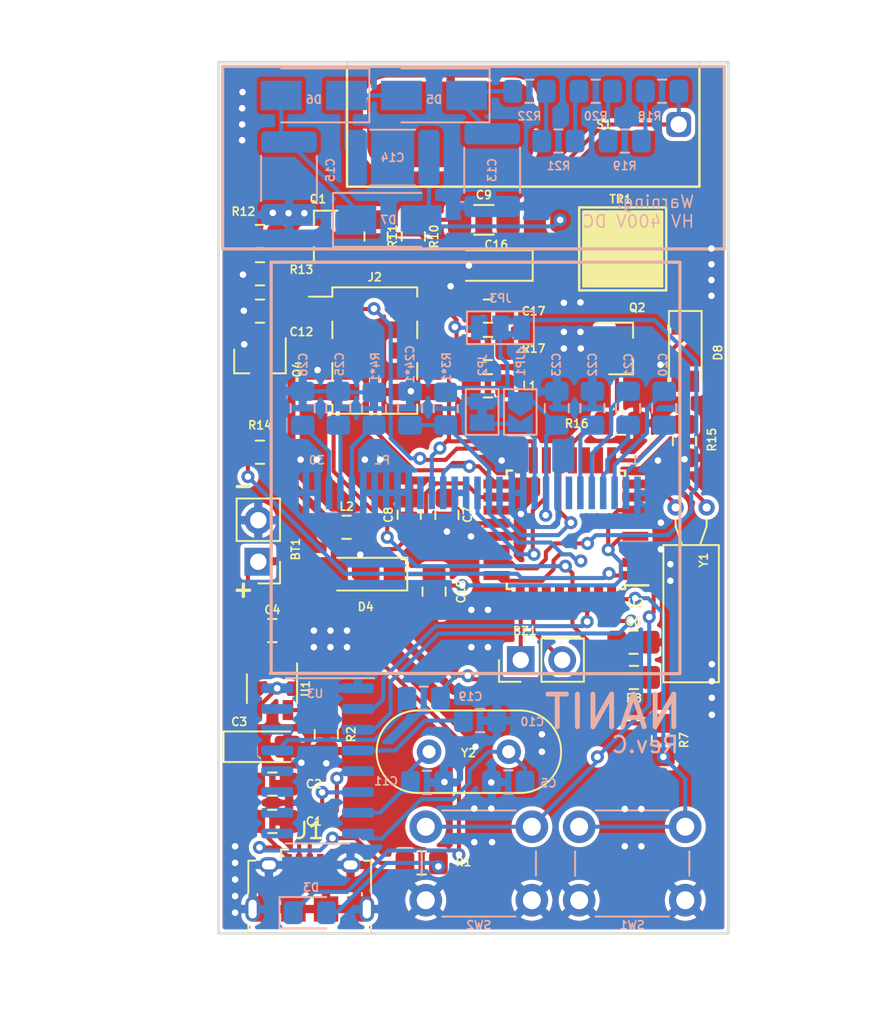
<source format=kicad_pcb>
(kicad_pcb (version 20210824) (generator pcbnew)
  (layers (0 "F.Cu" signal) (31 "B.Cu" signal) (34 "B.Paste" user) (35 "F.Paste" user) (36 "B.SilkS" user "B.Silkscreen") (37 "F.SilkS" user "F.Silkscreen") (38 "B.Mask" user) (39 "F.Mask" user) (44 "Edge.Cuts" user))
  (net 0 "")
  (net 1 "Net-(Q1-Pad1)")
  (net 2 "Net-(Q1-Pad3)")
  (net 3 "Net-(U2-Pad7)")
  (net 4 "Net-(U2-Pad8)")
  (net 5 "Net-(J1-Pad2)")
  (net 6 "Net-(J1-Pad3)")
  (net 7 "Net-(C14-Pad2)")
  (net 8 "Net-(D8-Pad1)")
  (net 9 "Net-(C9-Pad1)")
  (net 10 "GNDD")
  (net 11 "VCC")
  (net 12 "Sensor")
  (net 13 "Net-(R21-Pad1)")
  (net 14 "Net-(C13-Pad1)")
  (net 15 "Net-(R20-Pad1)")
  (net 16 "Net-(R19-Pad1)")
  (net 17 "Net-(R18-Pad1)")
  (net 18 "Net-(L1-Pad1)")
  (net 19 "Net-(C16-Pad1)")
  (net 20 "Net-(C12-Pad1)")
  (net 21 "Net-(R2-Pad1)")
  (net 22 "Net-(D3-Pad2)")
  (net 23 "Net-(C1-Pad1)")
  (net 24 "HV_Detect")
  (net 25 "Pump")
  (net 26 "Net-(C9-Pad2)")
  (net 27 "Net-(D3-Pad1)")
  (net 28 "Net-(C8-Pad1)")
  (net 29 "Net-(C7-Pad1)")
  (net 30 "Net-(BZ1-Pad1)")
  (net 31 "Net-(BZ1-Pad2)")
  (net 32 "Net-(C15-Pad1)")
  (net 33 "Net-(C14-Pad1)")
  (net 34 "Net-(R7-Pad2)")
  (net 35 "Net-(C18-Pad1)")
  (net 36 "Net-(C5-Pad1)")
  (net 37 "Net-(C10-Pad1)")
  (net 38 "Net-(C11-Pad1)")
  (net 39 "Net-(C19-Pad1)")
  (net 40 "Net-(J2-Pad1)")
  (net 41 "~{RESET}")
  (net 42 "Net-(C20-Pad2)")
  (net 43 "Net-(C20-Pad1)")
  (net 44 "Net-(C21-Pad2)")
  (net 45 "Net-(C21-Pad1)")
  (net 46 "OLED_RESET")
  (net 47 "Net-(C25-Pad2)")
  (net 48 "Net-(C26-Pad2)")
  (net 49 "Net-(JP1-Pad2)")
  (net 50 "OLED_MOSI")
  (net 51 "OLED_CLK")
  (net 52 "OLED_CS")
  (net 53 "OLED_DC")
  (net 54 "LCD_VCC")
  (net 55 "UART_TX")
  (net 56 "UART_RX")
  (net 57 "Net-(C22-Pad2)")
  (net 58 "Net-(P1-Pad26)")
  (net 59 "Net-(SW2-Pad2)")
  (footprint "Sensors_Radiation:SBM-21" (layer "F.Cu") (at 132.334 80.01)
    (fp_text reference "S1")
    (fp_text value "SBM-10 (SBM-21)")
  )
  (footprint "Package_TO_SOT_SMD:TSOT-23-5" (layer "F.Cu") (at 117.602 114.554 -90)
    (fp_text reference "U1")
    (fp_text value "LTC4054ES5-4.2")
  )
  (footprint "Package_QFP:TQFP-32_7x7mm_P0.8mm" (layer "F.Cu") (at 135.5852 104.8258 180)
    (fp_text reference "U2")
    (fp_text value "ATmega328P")
  )
  (footprint "Crystal:Crystal_C38-LF_D3.0mm_L8.0mm_Horizontal" (layer "F.Cu") (at 142.306 103.462)
    (fp_text reference "Y1")
    (fp_text value "32.768 KHz")
  )
  (footprint "Connector_USB:USB_Micro-B_Amphenol_10118194_Horizontal" (layer "F.Cu") (at 119.888 126.746)
    (fp_text reference "J1")
    (fp_text value "USB_B_Micro")
  )
  (footprint "Resistor_SMD:R_0805_2012Metric_Pad1.15x1.40mm_HandSolder" (layer "F.Cu") (at 123.952 86.868 -90)
    (fp_text reference "R11")
    (fp_text value "10k")
  )
  (footprint "Resistor_SMD:R_0805_2012Metric_Pad1.15x1.40mm_HandSolder" (layer "F.Cu") (at 116.84 100.076)
    (fp_text reference "R14")
    (fp_text value "10k")
  )
  (footprint "Resistor_SMD:R_0805_2012Metric_Pad1.15x1.40mm_HandSolder" (layer "F.Cu") (at 130.81 93.726)
    (fp_text reference "R17")
    (fp_text value "20")
  )
  (footprint "Resistor_SMD:R_0805_2012Metric_Pad1.15x1.40mm_HandSolder" (layer "F.Cu") (at 116.84 86.868)
    (fp_text reference "R12")
    (fp_text value "10k")
  )
  (footprint "Resistor_SMD:R_0805_2012Metric_Pad1.15x1.40mm_HandSolder" (layer "F.Cu") (at 120.904 117.348 -90)
    (fp_text reference "R2")
    (fp_text value "10k*")
  )
  (footprint "Resistor_SMD:R_0805_2012Metric_Pad1.15x1.40mm_HandSolder" (layer "F.Cu") (at 126.746 125.222)
    (fp_text reference "R1")
    (fp_text value "300")
  )
  (footprint "Resistor_SMD:R_0805_2012Metric_Pad1.15x1.40mm_HandSolder" (layer "F.Cu") (at 116.84 89.154)
    (fp_text reference "R13")
    (fp_text value "10k")
  )
  (footprint "Resistor_SMD:R_0805_2012Metric_Pad1.15x1.40mm_HandSolder" (layer "F.Cu") (at 142.8496 99.3992 90)
    (fp_text reference "R15")
    (fp_text value "750")
  )
  (footprint "Resistor_SMD:R_0805_2012Metric_Pad1.15x1.40mm_HandSolder" (layer "F.Cu") (at 138.938 98.298 180)
    (fp_text reference "R16")
    (fp_text value "1M")
  )
  (footprint "Resistor_SMD:R_0805_2012Metric_Pad1.15x1.40mm_HandSolder" (layer "F.Cu") (at 141.5542 117.7036 -90)
    (fp_text reference "R7")
    (fp_text value "10k")
  )
  (footprint "Resistor_SMD:R_0805_2012Metric_Pad1.15x1.40mm_HandSolder" (layer "F.Cu") (at 126.238 86.868 -90)
    (fp_text reference "R10")
    (fp_text value "1k5")
  )
  (footprint "Package_TO_SOT_SMD:SOT-23" (layer "F.Cu") (at 120.904 86.868 180)
    (fp_text reference "Q1")
    (fp_text value "BC857")
  )
  (footprint "Package_TO_SOT_SMD:SOT-23" (layer "F.Cu") (at 138.938 93.726)
    (fp_text reference "Q2")
    (fp_text value "IRLML6344")
  )
  (footprint "Package_TO_SOT_SMD:SOT-23" (layer "F.Cu") (at 116.84 94.488 -90)
    (fp_text reference "Q4")
    (fp_text value "BC847")
  )
  (footprint "Inductor_SMD:L_0805_2012Metric_Pad1.15x1.40mm_HandSolder" (layer "F.Cu") (at 122.1486 104.6734)
    (fp_text reference "L2")
    (fp_text value "10uH")
  )
  (footprint "Inductor_SMD:L_0805_2012Metric_Pad1.15x1.40mm_HandSolder" (layer "F.Cu") (at 130.81 96.012 180)
    (fp_text reference "L1")
    (fp_text value "10uH")
  )
  (footprint "Diode_SMD:D_MiniMELF" (layer "F.Cu") (at 123.317 107.5436 180)
    (fp_text reference "D4")
    (fp_text value "1N4148")
  )
  (footprint "Connector_PinHeader_2.54mm:PinHeader_1x02_P2.54mm_Vertical" (layer "F.Cu") (at 116.7384 106.7816 180)
    (fp_text reference "BT1")
    (fp_text value "3.7V" hide)
  )
  (footprint "Connector_PinHeader_2.54mm:PinHeader_1x02_P2.54mm_Vertical" (layer "F.Cu") (at 132.8166 112.8014 90)
    (fp_text reference "BZ1")
    (fp_text value "Buzzer")
  )
  (footprint "Capacitor_Tantalum_SMD:CP_EIA-3216-18_Kemet-A_Pad1.58x1.35mm_HandSolder" (layer "F.Cu") (at 131.064 88.646 180)
    (fp_text reference "C16")
    (fp_text value "47uF")
  )
  (footprint "Capacitor_Tantalum_SMD:CP_EIA-3216-18_Kemet-A_Pad1.58x1.35mm_HandSolder" (layer "F.Cu") (at 117.094 118.11)
    (fp_text reference "C3")
    (fp_text value "10uF")
  )
  (footprint "Capacitor_SMD:C_1206_3216Metric_Pad1.42x1.75mm_HandSolder" (layer "F.Cu") (at 130.556 85.852 180)
    (fp_text reference "C9")
    (fp_text value "10pF 1000V (C17UL100J-7ZN-X1T)")
  )
  (footprint "Capacitor_SMD:C_0805_2012Metric_Pad1.15x1.40mm_HandSolder" (layer "F.Cu") (at 116.84 91.44 180)
    (fp_text reference "C12")
    (fp_text value "220pF")
  )
  (footprint "Capacitor_SMD:C_0805_2012Metric_Pad1.15x1.40mm_HandSolder" (layer "F.Cu") (at 125.984 103.9114 90)
    (fp_text reference "C8")
    (fp_text value "100nF")
  )
  (footprint "Capacitor_SMD:C_0805_2012Metric_Pad1.15x1.40mm_HandSolder" (layer "F.Cu") (at 128.2954 103.9114 -90)
    (fp_text reference "C7")
    (fp_text value "100nF")
  )
  (footprint "Capacitor_SMD:C_0805_2012Metric_Pad1.15x1.40mm_HandSolder" (layer "F.Cu") (at 139.7254 111.7092)
    (fp_text reference "C6")
    (fp_text value "100nF")
  )
  (footprint "Capacitor_SMD:C_0805_2012Metric_Pad1.15x1.40mm_HandSolder" (layer "F.Cu") (at 117.602 110.998)
    (fp_text reference "C4")
    (fp_text value "100nF")
  )
  (footprint "Capacitor_SMD:C_0805_2012Metric_Pad1.15x1.40mm_HandSolder" (layer "F.Cu") (at 117.602 120.396)
    (fp_text reference "C2")
    (fp_text value "1uF")
  )
  (footprint "Capacitor_SMD:C_0805_2012Metric_Pad1.15x1.40mm_HandSolder" (layer "F.Cu") (at 117.602 122.682)
    (fp_text reference "C1")
    (fp_text value "100nF")
  )
  (footprint "Capacitor_SMD:C_0805_2012Metric_Pad1.15x1.40mm_HandSolder" (layer "F.Cu") (at 130.81 91.44 180)
    (fp_text reference "C17")
    (fp_text value "100nF")
  )
  (footprint "Resistor_SMD:R_0805_2012Metric_Pad1.15x1.40mm_HandSolder" (layer "F.Cu") (at 139.7508 113.8682)
    (fp_text reference "R8")
    (fp_text value "10k")
  )
  (footprint "Sensors_Radiation:CEEH54" (layer "F.Cu") (at 138.43 82.55)
    (fp_text reference "TR1")
    (fp_text value "CEEH54" hide)
  )
  (footprint "Diode_SMD:D_MiniMELF" (layer "F.Cu") (at 142.9004 93.98 -90)
    (fp_text reference "D8")
    (fp_text value "18v (BZV55C18)")
  )
  (footprint "Capacitor_SMD:C_0805_2012Metric_Pad1.15x1.40mm_HandSolder" (layer "F.Cu") (at 127.508 108.6104 -90)
    (fp_text reference "C18")
    (fp_text value "100nF" hide)
  )
  (footprint "Connector_PinHeader_2.54mm:PinHeader_2x03_P2.54mm_Vertical_SMD" (layer "F.Cu") (at 123.8758 93.853)
    (fp_text reference "J2")
    (fp_text value "AVR-ISP-6")
  )
  (footprint "Crystal:Crystal_HC49-U_Vertical" (layer "F.Cu") (at 132.08 118.4148 180)
    (fp_text reference "Y2")
    (fp_text value "12 MHz")
  )
  (footprint "Resistor_SMD:R_0805_2012Metric_Pad1.15x1.40mm_HandSolder" (layer "B.Cu") (at 133.35 77.978)
    (fp_text reference "R22")
    (fp_text value "2M")
  )
  (footprint "Resistor_SMD:R_0805_2012Metric_Pad1.15x1.40mm_HandSolder" (layer "B.Cu") (at 135.128 81.026)
    (fp_text reference "R21")
    (fp_text value "2M")
  )
  (footprint "Resistor_SMD:R_0805_2012Metric_Pad1.15x1.40mm_HandSolder" (layer "B.Cu") (at 137.414 77.978)
    (fp_text reference "R20")
    (fp_text value "1M")
  )
  (footprint "Resistor_SMD:R_0805_2012Metric_Pad1.15x1.40mm_HandSolder" (layer "B.Cu") (at 139.192 81.026)
    (fp_text reference "R19")
    (fp_text value "1M")
  )
  (footprint "Resistor_SMD:R_0805_2012Metric_Pad1.15x1.40mm_HandSolder" (layer "B.Cu") (at 141.478 77.978)
    (fp_text reference "R18")
    (fp_text value "1M")
  )
  (footprint "LED_SMD:LED_0805_2012Metric_Pad1.15x1.40mm_HandSolder" (layer "B.Cu") (at 119.897 128.27)
    (fp_text reference "D3")
    (fp_text value "Charging" hide)
  )
  (footprint "Button_Switch_THT:SW_PUSH_6mm" (layer "B.Cu") (at 127 127.508)
    (fp_text reference "SW2")
    (fp_text value "Button 2")
  )
  (footprint "Button_Switch_THT:SW_PUSH_6mm" (layer "B.Cu") (at 136.398 127.508)
    (fp_text reference "SW1")
    (fp_text value "Button 1")
  )
  (footprint "Capacitor_SMD:C_1812_4532Metric_Pad1.30x3.40mm_HandSolder" (layer "B.Cu") (at 118.618 83.312 -90)
    (fp_text reference "C15")
    (fp_text value "100nF 600V")
  )
  (footprint "Capacitor_SMD:C_1812_4532Metric_Pad1.30x3.40mm_HandSolder" (layer "B.Cu") (at 131.064 82.804 -90)
    (fp_text reference "C13")
    (fp_text value "100nF 600V")
  )
  (footprint "Capacitor_SMD:C_1812_4532Metric_Pad1.30x3.40mm_HandSolder" (layer "B.Cu") (at 124.968 82.042)
    (fp_text reference "C14")
    (fp_text value "100nF 600V")
  )
  (footprint "Diode_SMD:D_SMA" (layer "B.Cu") (at 124.714 85.852)
    (fp_text reference "D7")
    (fp_text value "US1M")
  )
  (footprint "Diode_SMD:D_SMA" (layer "B.Cu") (at 120.142 78.232 180)
    (fp_text reference "D6")
    (fp_text value "US1M")
  )
  (footprint "Diode_SMD:D_SMA" (layer "B.Cu") (at 127.508 78.232 180)
    (fp_text reference "D5")
    (fp_text value "US1M")
  )
  (footprint "Capacitor_SMD:C_0805_2012Metric_Pad1.15x1.40mm_HandSolder" (layer "B.Cu") (at 127.0762 120.2944)
    (fp_text reference "C5")
    (fp_text value "22pF*")
  )
  (footprint "Capacitor_SMD:C_0805_2012Metric_Pad1.15x1.40mm_HandSolder" (layer "B.Cu") (at 130.3274 116.5098)
    (fp_text reference "C10")
    (fp_text value "100nF")
  )
  (footprint "Capacitor_SMD:C_0805_2012Metric_Pad1.15x1.40mm_HandSolder" (layer "B.Cu") (at 132.0546 120.269 180)
    (fp_text reference "C11")
    (fp_text value "22pF*")
  )
  (footprint "Capacitor_SMD:C_0805_2012Metric_Pad1.15x1.40mm_HandSolder" (layer "B.Cu") (at 126.873 115.1382)
    (fp_text reference "C19")
    (fp_text value "100nF")
  )
  (footprint "Package_SO:SOIC-16_3.9x9.9mm_P1.27mm" (layer "B.Cu") (at 120.3706 118.9736 180)
    (fp_text reference "U3")
    (fp_text value "CH340G")
  )
  (footprint "ribbon_connectors:SSD1306_ribbon" (layer "B.Cu") (at 129.8194 102.5652 180)
    (fp_text reference "P1")
    (fp_text value "SSD1306 OLED 128x64 0.96\"")
  )
  (footprint "Capacitor_SMD:C_0805_2012Metric_Pad1.18x1.45mm_HandSolder" (layer "B.Cu") (at 141.605 97.3836 -90)
    (fp_text reference "C20")
    (fp_text value "1uF")
  )
  (footprint "Capacitor_SMD:C_0805_2012Metric_Pad1.18x1.45mm_HandSolder" (layer "B.Cu") (at 139.3952 97.3836 -90)
    (fp_text reference "C21")
    (fp_text value "1uF")
  )
  (footprint "Capacitor_SMD:C_0805_2012Metric_Pad1.18x1.45mm_HandSolder" (layer "B.Cu") (at 137.2108 97.3836 -90)
    (fp_text reference "C22")
    (fp_text value "1uF")
  )
  (footprint "Capacitor_SMD:C_0805_2012Metric_Pad1.18x1.45mm_HandSolder" (layer "B.Cu") (at 135.0264 97.3836 -90)
    (fp_text reference "C23")
    (fp_text value "1uF")
  )
  (footprint "Capacitor_SMD:C_0805_2012Metric_Pad1.18x1.45mm_HandSolder" (layer "B.Cu") (at 126.0348 97.3836 -90)
    (fp_text reference "C24*1")
    (fp_text value "4u7")
  )
  (footprint "Capacitor_SMD:C_0805_2012Metric_Pad1.18x1.45mm_HandSolder" (layer "B.Cu") (at 121.6406 97.3836 -90)
    (fp_text reference "C25")
    (fp_text value "4u7")
  )
  (footprint "Capacitor_SMD:C_0805_2012Metric_Pad1.18x1.45mm_HandSolder" (layer "B.Cu") (at 119.4562 97.3836 -90)
    (fp_text reference "C26")
    (fp_text value "2u2")
  )
  (footprint "Jumper:SolderJumper-2_P1.3mm_Open_TrianglePad1.0x1.5mm" (layer "B.Cu") (at 132.7912 97.6122 -90)
    (fp_text reference "JP1")
    (fp_text value "SolderJumper_2_Open")
  )
  (footprint "Jumper:SolderJumper-2_P1.3mm_Bridged_Pad1.0x1.5mm" (layer "B.Cu") (at 130.4544 97.6122 90)
    (fp_text reference "JP2")
    (fp_text value "SolderJumper_2_Open")
  )
  (footprint "Resistor_SMD:R_0805_2012Metric_Pad1.20x1.40mm_HandSolder" (layer "B.Cu") (at 128.2192 97.409 90)
    (fp_text reference "R3*1")
    (fp_text value "4k7")
  )
  (footprint "Resistor_SMD:R_0805_2012Metric_Pad1.20x1.40mm_HandSolder" (layer "B.Cu") (at 123.825 97.409 90)
    (fp_text reference "R4*1")
    (fp_text value "390..910k")
  )
  (footprint "Jumper:SolderJumper-3_P1.3mm_Bridged2Bar12_Pad1.0x1.5mm" (layer "B.Cu") (at 131.572 92.456 180)
    (fp_text reference "JP3")
    (fp_text value "SolderJumper_3_Bridged12")
  )
  (gr_line (start 114.554 87.63) (end 114.554 76.454) (layer "B.SilkS") (width 0.2))
  (gr_line (start 117.5258 88.4428) (end 142.5258 88.4428) (layer "B.SilkS") (width 0.2))
  (gr_line (start 142.4178 113.6396) (end 117.475 113.6142) (layer "B.SilkS") (width 0.2))
  (gr_line (start 145.288 76.454) (end 145.288 87.63) (layer "B.SilkS") (width 0.2))
  (gr_line (start 142.5702 88.4428) (end 142.5702 113.6396) (layer "B.SilkS") (width 0.2))
  (gr_line (start 114.554 76.454) (end 145.288 76.454) (layer "B.SilkS") (width 0.2))
  (gr_line (start 145.288 87.63) (end 114.554 87.63) (layer "B.SilkS") (width 0.2))
  (gr_line (start 117.5258 113.4428) (end 117.5258 88.4428) (layer "B.SilkS") (width 0.2))
  (gr_poly (pts (xy 136.652 85.344) (xy 141.478 85.344) (xy 141.478 89.916) (xy 136.652 89.916)) (layer "F.SilkS") (width 0.15) (fill solid))
  (gr_line (start 123.638 129.5422) (end 145.542 129.54) (layer "Edge.Cuts") (width 0.15))
  (gr_line (start 114.3 76.2) (end 145.542 76.2) (layer "Edge.Cuts") (width 0.15))
  (gr_line (start 114.3 129.54) (end 114.3 76.2) (layer "Edge.Cuts") (width 0.15))
  (gr_line (start 114.3 129.54) (end 123.638 129.5422) (layer "Edge.Cuts") (width 0.15))
  (gr_line (start 145.542 76.2) (end 145.542 129.54) (layer "Edge.Cuts") (width 0.15))
  (gr_text "Rev.C" (at 140.4366 117.983) (layer "B.SilkS") (effects (font (size 1 1)) (justify mirror)))
  (gr_text "NANIT" (at 138.4808 115.9764) (layer "B.SilkS") (effects (font (size 2 2) (thickness 0.3)) (justify mirror)))
  (gr_text "Warning!\nHV 400V DC" (at 143.51 85.344) (layer "B.SilkS") (effects (font (size 0.75 0.75) (thickness 0.1)) (justify left mirror)))
  (gr_text "-" (at 115.824 102.108) (layer "F.SilkS") (effects (font (size 1 1) (thickness 0.2)) (justify mirror)))
  (gr_text "+" (at 115.824 108.458) (layer "F.SilkS") (effects (font (size 1 1) (thickness 0.2)) (justify mirror)))
  (segment (start 123.952 87.893) (end 126.238 87.893) (width 0.25) (layer "F.Cu") (net 1))
  (segment (start 121.904 87.818) (end 123.877 87.818) (width 0.25) (layer "F.Cu") (net 1))
  (segment (start 123.877 87.818) (end 123.952 87.893) (width 0.25) (layer "F.Cu") (net 1))
  (segment (start 119.904 86.868) (end 117.865 86.868) (width 0.25) (layer "F.Cu") (net 2))
  (segment (start 141.8656 102.8258) (end 142.4178 103.378) (width 0.25) (layer "F.Cu") (net 3))
  (segment (start 139.8352 102.8258) (end 141.8656 102.8258) (width 0.25) (layer "F.Cu") (net 3))
  (segment (start 139.8352 102.0258) (end 142.9656 102.0258) (width 0.25) (layer "F.Cu") (net 4))
  (segment (start 142.9656 102.0258) (end 144.3178 103.378) (width 0.25) (layer "F.Cu") (net 4))
  (segment (start 119.238 125.346) (end 119.238 123.66542) (width 0.25) (layer "F.Cu") (net 5))
  (segment (start 119.238 123.66542) (end 120.65 122.25342) (width 0.25) (layer "F.Cu") (net 5))
  (segment (start 120.65 122.25342) (end 120.65 120.904) (width 0.25) (layer "F.Cu") (net 5))
  (via (at 120.65 120.904) (size 0.8) (drill 0.4) (layers "F.Cu" "B.Cu") (net 5))
  (segment (start 122.8202 120.904) (end 122.8456 120.8786) (width 0.25) (layer "B.Cu") (net 5))
  (segment (start 120.65 120.904) (end 122.8202 120.904) (width 0.25) (layer "B.Cu") (net 5))
  (segment (start 121.551689 120.039527) (end 121.411727 120.179489) (width 0.25) (layer "F.Cu") (net 6))
  (segment (start 121.551689 122.034311) (end 121.551689 120.039527) (width 0.25) (layer "F.Cu") (net 6))
  (segment (start 119.888 125.346) (end 119.888 123.698) (width 0.25) (layer "F.Cu") (net 6))
  (segment (start 119.888 123.698) (end 121.551689 122.034311) (width 0.25) (layer "F.Cu") (net 6))
  (via (at 121.551689 120.039527) (size 0.8) (drill 0.4) (layers "F.Cu" "B.Cu") (net 6))
  (segment (start 121.982616 119.6086) (end 122.8456 119.6086) (width 0.25) (layer "B.Cu") (net 6))
  (segment (start 121.551689 120.039527) (end 121.982616 119.6086) (width 0.25) (layer "B.Cu") (net 6))
  (segment (start 135.382 85.852) (end 135.2296 85.852) (width 0.25) (layer "F.Cu") (net 7))
  (via (at 135.2296 85.852) (size 0.8) (drill 0.4) (layers "F.Cu" "B.Cu") (net 7))
  (segment (start 134.829601 86.251999) (end 127.113999 86.251999) (width 0.25) (layer "B.Cu") (net 7))
  (segment (start 127.193 85.373) (end 126.714 85.852) (width 0.25) (layer "B.Cu") (net 7))
  (segment (start 127.113999 86.251999) (end 126.714 85.852) (width 0.25) (layer "B.Cu") (net 7))
  (segment (start 135.2296 85.852) (end 134.829601 86.251999) (width 0.25) (layer "B.Cu") (net 7))
  (segment (start 127.193 82.042) (end 127.193 85.373) (width 0.25) (layer "B.Cu") (net 7))
  (segment (start 142.748 85.852) (end 142.748 89.408) (width 0.25) (layer "F.Cu") (net 8))
  (segment (start 142.1664 93.726) (end 143.6624 92.23) (width 0.25) (layer "F.Cu") (net 8))
  (segment (start 139.938 93.726) (end 142.1664 93.726) (width 0.25) (layer "F.Cu") (net 8))
  (segment (start 142.748 91.3156) (end 143.6624 92.23) (width 0.25) (layer "F.Cu") (net 8))
  (segment (start 142.748 89.408) (end 142.748 91.3156) (width 0.25) (layer "F.Cu") (net 8))
  (segment (start 132.0435 85.852) (end 137.8855 80.01) (width 0.25) (layer "F.Cu") (net 9))
  (segment (start 137.8855 80.01) (end 142.494 80.01) (width 0.25) (layer "F.Cu") (net 9))
  (segment (start 142.503 80.001) (end 142.494 80.01) (width 0.25) (layer "B.Cu") (net 9))
  (segment (start 142.503 77.978) (end 142.503 80.001) (width 0.25) (layer "B.Cu") (net 9))
  (segment (start 118.627 122.682) (end 118.627 120.396) (width 0.25) (layer "F.Cu") (net 10))
  (segment (start 118.627 111.359) (end 118.627 110.998) (width 0.25) (layer "F.Cu") (net 10))
  (segment (start 139.963 96.13) (end 141.3764 94.7166) (width 0.25) (layer "F.Cu") (net 10))
  (segment (start 141.3956 106.0258) (end 141.4018 106.0196) (width 0.25) (layer "F.Cu") (net 10))
  (segment (start 118.5315 118.11) (end 120.641 118.11) (width 0.25) (layer "F.Cu") (net 10))
  (segment (start 117.602 112.384) (end 118.627 111.359) (width 0.25) (layer "F.Cu") (net 10))
  (segment (start 132.3852 105.2258) (end 132.8282 104.7828) (width 0.25) (layer "F.Cu") (net 10))
  (segment (start 141.37 104.4258) (end 141.4018 104.394) (width 0.25) (layer "F.Cu") (net 10))
  (segment (start 129.775 105.2258) (end 129.7686 105.2322) (width 0.25) (layer "F.Cu") (net 10))
  (segment (start 139.963 98.298) (end 139.963 96.13) (width 0.25) (layer "F.Cu") (net 10))
  (segment (start 117.602 113.244) (end 117.602 112.384) (width 0.25) (layer "F.Cu") (net 10))
  (segment (start 131.3352 105.2258) (end 132.3852 105.2258) (width 0.25) (layer "F.Cu") (net 10))
  (segment (start 120.641 118.11) (end 120.904 118.373) (width 0.25) (layer "F.Cu") (net 10))
  (segment (start 139.8352 106.0258) (end 141.3956 106.0258) (width 0.25) (layer "F.Cu") (net 10))
  (segment (start 139.8352 104.4258) (end 141.37 104.4258) (width 0.25) (layer "F.Cu") (net 10))
  (segment (start 118.627 120.396) (end 118.627 118.2055) (width 0.25) (layer "F.Cu") (net 10))
  (segment (start 132.8282 104.7828) (end 132.8282 103.855637) (width 0.25) (layer "F.Cu") (net 10))
  (segment (start 118.627 118.2055) (end 118.5315 118.11) (width 0.25) (layer "F.Cu") (net 10))
  (segment (start 131.3352 105.2258) (end 129.775 105.2258) (width 0.25) (layer "F.Cu") (net 10))
  (via (at 123.2662 100.5332) (size 0.8) (drill 0.4) (layers "F.Cu" "B.Cu") (net 10))
  (via (at 124.206 100.5332) (size 0.8) (drill 0.4) (layers "F.Cu" "B.Cu") (net 10))
  (via (at 122.9868 106.3498) (size 0.8) (drill 0.4) (layers "F.Cu" "B.Cu") (net 10))
  (via (at 126.0856 96.3422) (size 0.8) (drill 0.4) (layers "F.Cu" "B.Cu") (net 10))
  (via (at 120.3706 95.0468) (size 0.8) (drill 0.4) (layers "F.Cu" "B.Cu") (net 10))
  (via (at 120.3198 100.5332) (size 0.8) (drill 0.4) (layers "F.Cu" "B.Cu") (net 10))
  (via (at 119.3292 100.5332) (size 0.8) (drill 0.4) (layers "F.Cu" "B.Cu") (net 10))
  (via (at 144.5006 87.6046) (size 0.8) (drill 0.4) (layers "F.Cu" "B.Cu") (net 10))
  (via (at 144.5006 88.5698) (size 0.8) (drill 0.4) (layers "F.Cu" "B.Cu") (net 10))
  (via (at 144.5006 89.535) (size 0.8) (drill 0.4) (layers "F.Cu" "B.Cu") (net 10))
  (via (at 144.5006 90.5002) (size 0.8) (drill 0.4) (layers "F.Cu" "B.Cu") (net 10))
  (via (at 115.7732 78.0288) (size 0.8) (drill 0.4) (layers "F.Cu" "B.Cu") (net 10))
  (via (at 115.7478 79.0194) (size 0.8) (drill 0.4) (layers "F.Cu" "B.Cu") (net 10))
  (via (at 115.7478 80.01) (size 0.8) (drill 0.4) (layers "F.Cu" "B.Cu") (net 10))
  (via (at 115.7478 80.9752) (size 0.8) (drill 0.4) (layers "F.Cu" "B.Cu") (net 10))
  (via (at 144.526 113.0554) (size 0.8) (drill 0.4) (layers "F.Cu" "B.Cu") (net 10))
  (via (at 144.526 114.0968) (size 0.8) (drill 0.4) (layers "F.Cu" "B.Cu") (net 10))
  (via (at 144.526 115.1128) (size 0.8) (drill 0.4) (layers "F.Cu" "B.Cu") (net 10))
  (via (at 144.526 116.1542) (size 0.8) (drill 0.4) (layers "F.Cu" "B.Cu") (net 10))
  (via (at 128.143 120.269) (size 0.8) (drill 0.4) (layers "F.Cu" "B.Cu") (net 10))
  (via (at 131.0132 120.2944) (size 0.8) (drill 0.4) (layers "F.Cu" "B.Cu") (net 10))
  (via (at 131.0132 121.8946) (size 0.8) (drill 0.4) (layers "F.Cu" "B.Cu") (net 10))
  (via (at 129.9718 121.8946) (size 0.8) (drill 0.4) (layers "F.Cu" "B.Cu") (net 10))
  (via (at 135.4582 92.71) (size 0.8) (drill 0.4) (layers "F.Cu" "B.Cu") (net 10))
  (via (at 115.316 126.238) (size 0.8) (drill 0.4) (layers "F.Cu" "B.Cu") (net 10))
  (via (at 141.4018 104.394) (size 0.8) (drill 0.4) (layers "F.Cu" "B.Cu") (net 10))
  (via (at 135.4582 93.726) (size 0.8) (drill 0.4) (layers "F.Cu" "B.Cu") (net 10))
  (via (at 117.6274 85.4202) (size 0.8) (drill 0.4) (layers "F.Cu" "B.Cu") (net 10))
  (via (at 119.5578 85.4456) (size 0.8) (drill 0.4) (layers "F.Cu" "B.Cu") (net 10))
  (via (at 129.794 112.014) (size 0.8) (drill 0.4) (layers "F.Cu" "B.Cu") (net 10))
  (via (at 120.142 112.014) (size 0.8) (drill 0.4) (layers "F.Cu" "B.Cu") (net 10))
  (via (at 131.6482 100.584) (size 0.8) (drill 0.4) (layers "F.Cu" "B.Cu") (net 10))
  (via (at 120.904 119.126) (size 0.8) (drill 0.4) (layers "F.Cu" "B.Cu") (net 10))
  (via (at 139.192 121.92) (size 0.8) (drill 0.4) (layers "F.Cu" "B.Cu") (net 10))
  (via (at 115.8494 91.4146) (size 0.8) (drill 0.4) (layers "F.Cu" "B.Cu") (net 10))
  (via (at 132.8282 103.855637) (size 0.8) (drill 0.4) (layers "F.Cu" "B.Cu") (net 10))
  (via (at 121.158 112.014) (size 0.8) (drill 0.4) (layers "F.Cu" "B.Cu") (net 10))
  (via (at 130.81 109.728) (size 0.8) (drill 0.4) (layers "F.Cu" "B.Cu") (net 10))
  (via (at 130.81 112.014) (size 0.8) (drill 0.4) (layers "F.Cu" "B.Cu") (net 10))
  (via (at 141.224 100.584) (size 0.8) (drill 0.4) (layers "F.Cu" "B.Cu") (net 10))
  (via (at 115.316 125.222) (size 0.8) (drill 0.4) (layers "F.Cu" "B.Cu") (net 10))
  (via (at 115.316 128.27) (size 0.8) (drill 0.4) (layers "F.Cu" "B.Cu") (net 10))
  (via (at 122.174 110.998) (size 0.8) (drill 0.4) (layers "F.Cu" "B.Cu") (net 10))
  (via (at 130.048 118.11) (size 0.8) (drill 0.4) (layers "F.Cu" "B.Cu") (net 10))
  (via (at 131.064 123.952) (size 0.8) (drill 0.4) (layers "F.Cu" "B.Cu") (net 10))
  (via (at 115.316 124.206) (size 0.8) (drill 0.4) (layers "F.Cu" "B.Cu") (net 10))
  (via (at 129.794 109.728) (size 0.8) (drill 0.4) (layers "F.Cu" "B.Cu") (net 10))
  (via (at 135.4582 90.932) (size 0.8) (drill 0.4) (layers "F.Cu" "B.Cu") (net 10))
  (via (at 141.986 107.95) (size 0.8) (drill 0.4) (layers "F.Cu" "B.Cu") (net 10))
  (via (at 136.4742 90.9066) (size 0.8) (drill 0.4) (layers "F.Cu" "B.Cu") (net 10))
  (via (at 118.5926 85.4456) (size 0.8) (drill 0.4) (layers "F.Cu" "B.Cu") (net 10))
  (via (at 122.174 112.014) (size 0.8) (drill 0.4) (layers "F.Cu" "B.Cu") (net 10))
  (via (at 128.524 89.916) (size 0.8) (drill 0.4) (layers "F.Cu" "B.Cu") (net 10))
  (via (at 119.375366 119.090636) (size 0.8) (drill 0.4) (layers "F.Cu" "B.Cu") (net 10))
  (via (at 140.208 121.92) (size 0.8) (drill 0.4) (layers "F.Cu" "B.Cu") (net 10))
  (via (at 141.4018 106.0196) (size 0.8) (drill 0.4) (layers "F.Cu" "B.Cu") (net 10))
  (via (at 115.7986 89.2048) (size 0.8) (drill 0.4) (layers "F.Cu" "B.Cu") (net 10))
  (via (at 141.3764 94.7166) (size 0.8) (drill 0.4) (layers "F.Cu" "B.Cu") (net 10))
  (via (at 136.4742 92.71) (size 0.8) (drill 0.4) (layers "F.Cu" "B.Cu") (net 10))
  (via (at 121.158 110.998) (size 0.8) (drill 0.4) (layers "F.Cu" "B.Cu") (net 10))
  (via (at 136.4996 93.726) (size 0.8) (drill 0.4) (layers "F.Cu" "B.Cu") (net 10))
  (via (at 129.7686 105.2322) (size 0.8) (drill 0.4) (layers "F.Cu" "B.Cu") (net 10))
  (via (at 115.8748 93.472) (size 0.8) (drill 0.4) (layers "F.Cu" "B.Cu") (net 10))
  (via (at 141.986 106.934) (size 0.8) (drill 0.4) (layers "F.Cu" "B.Cu") (net 10))
  (via (at 128.2954 104.9364) (size 0.8) (drill 0.4) (layers "F.Cu" "B.Cu") (net 10))
  (via (at 139.192 124.206) (size 0.8) (drill 0.4) (layers "F.Cu" "B.Cu") (net 10))
  (via (at 129.6416 88.646) (size 0.8) (drill 0.4) (layers "F.Cu" "B.Cu") (net 10))
  (via (at 129.9718 123.952) (size 0.8) (drill 0.4) (layers "F.Cu" "B.Cu") (net 10))
  (via (at 115.316 127.254) (size 0.8) (drill 0.4) (layers "F.Cu" "B.Cu") (net 10))
  (via (at 140.208 124.206) (size 0.8) (drill 0.4) (layers "F.Cu" "B.Cu") (net 10))
  (via (at 134.112 118.4148) (size 0.8) (drill 0.4) (layers "F.Cu" "B.Cu") (net 10))
  (via (at 142.8496 100.5078) (size 0.8) (drill 0.4) (layers "F.Cu" "B.Cu") (net 10))
  (via (at 134.112 117.348) (size 0.8) (drill 0.4) (layers "F.Cu" "B.Cu") (net 10))
  (via (at 120.142 110.998) (size 0.8) (drill 0.4) (layers "F.Cu" "B.Cu") (net 10))
  (segment (start 120.444401 103.890201) (end 120.3694 103.8152) (width 0.25) (layer "B.Cu") (net 10))
  (segment (start 123.825 96.409) (end 121.7035 96.409) (width 0.25) (layer "B.Cu") (net 10))
  (segment (start 129.4544 96.9622) (end 129.379399 97.037201) (width 0.25) (layer "B.Cu") (net 10))
  (segment (start 124.5694 102.5652) (end 123.8694 102.5652) (width 0.25) (layer "B.Cu") (net 10))
  (segment (start 125.9694 103.8152) (end 127.0906 104.9364) (width 0.25) (layer "B.Cu") (net 10))
  (segment (start 132.9694 103.8152) (end 133.812135 104.657935) (width 0.25) (layer "B.Cu") (net 10))
  (segment (start 130.4544 96.9622) (end 129.4544 96.9622) (width 0.25) (layer "B.Cu") (net 10))
  (segment (start 119.6694 102.5652) (end 120.3694 102.5652) (width 0.25) (layer "B.Cu") (net 10))
  (segment (start 123.1694 102.5652) (end 123.1694 100.63) (width 0.25) (layer "B.Cu") (net 10))
  (segment (start 125.2694 102.5652) (end 124.5694 102.5652) (width 0.25) (layer "B.Cu") (net 10))
  (segment (start 125.9694 102.5652) (end 125.9694 103.8152) (width 0.25) (layer "B.Cu") (net 10))
  (segment (start 131.057115 100.584) (end 131.6482 100.584) (width 0.25) (layer "B.Cu") (net 10))
  (segment (start 121.6406 96.3461) (end 119.4562 96.3461) (width 0.25) (layer "B.Cu") (net 10))
  (segment (start 128.7694 102.5652) (end 129.4694 102.5652) (width 0.25) (layer "B.Cu") (net 10))
  (segment (start 127.0906 104.9364) (end 128.2954 104.9364) (width 0.25) (layer "B.Cu") (net 10))
  (segment (start 129.7686 105.2322) (end 128.5912 105.2322) (width 0.25) (layer "B.Cu") (net 10))
  (segment (start 129.4694 103.7624) (end 128.2954 104.9364) (width 0.25) (layer "B.Cu") (net 10))
  (segment (start 132.2694 101.2052) (end 131.6482 100.584) (width 0.25) (layer "B.Cu") (net 10))
  (segment (start 139.9694 102.5652) (end 139.9694 102.9616) (width 0.25) (layer "B.Cu") (net 10))
  (segment (start 129.379399 98.906284) (end 131.057115 100.584) (width 0.25) (layer "B.Cu") (net 10))
  (segment (start 129.4694 102.5652) (end 129.4694 103.7624) (width 0.25) (layer "B.Cu") (net 10))
  (segment (start 123.1694 100.63) (end 123.2662 100.5332) (width 0.25) (layer "B.Cu") (net 10))
  (segment (start 132.2694 102.5652) (end 132.9694 102.5652) (width 0.25) (layer "B.Cu") (net 10))
  (segment (start 132.2694 102.5652) (end 132.2694 101.2052) (width 0.25) (layer "B.Cu") (net 10))
  (segment (start 135.0694 104.280053) (end 135.0694 102.5652) (width 0.25) (layer "B.Cu") (net 10))
  (segment (start 134.691518 104.657935) (end 135.0694 104.280053) (width 0.25) (layer "B.Cu") (net 10))
  (segment (start 123.094399 103.890201) (end 120.444401 103.890201) (width 0.25) (layer "B.Cu") (net 10))
  (segment (start 123.1694 103.8152) (end 123.094399 103.890201) (width 0.25) (layer "B.Cu") (net 10))
  (segment (start 139.9694 102.9616) (end 141.4018 104.394) (width 0.25) (layer "B.Cu") (net 10))
  (segment (start 121.7035 96.409) (end 121.6406 96.3461) (width 0.25) (layer "B.Cu") (net 10))
  (segment (start 125.9694 102.5652) (end 125.2694 102.5652) (width 0.25) (layer "B.Cu") (net 10))
  (segment (start 129.379399 97.037201) (end 129.379399 98.906284) (width 0.25) (layer "B.Cu") (net 10))
  (segment (start 123.1694 102.5652) (end 123.1694 103.8152) (width 0.25) (layer "B.Cu") (net 10))
  (segment (start 123.8694 102.5652) (end 123.1694 102.5652) (width 0.25) (layer "B.Cu") (net 10))
  (segment (start 132.9694 102.5652) (end 132.9694 103.8152) (width 0.25) (layer "B.Cu") (net 10))
  (segment (start 133.812135 104.657935) (end 134.691518 104.657935) (width 0.25) (layer "B.Cu") (net 10))
  (segment (start 120.3694 103.8152) (end 120.3694 102.5652) (width 0.25) (layer "B.Cu") (net 10))
  (segment (start 128.5912 105.2322) (end 128.2954 104.9364) (width 0.25) (layer "B.Cu") (net 10))
  (segment (start 120.7796 106.7562) (end 116.7638 106.7562) (width 0.5) (layer "F.Cu") (net 11))
  (segment (start 126.6762 86.74301) (end 124.85201 86.74301) (width 0.25) (layer "F.Cu") (net 11))
  (segment (start 121.4284 104.6734) (end 121.4284 104.3686) (width 0.25) (layer "F.Cu") (net 11))
  (segment (start 141.5542 116.6786) (end 138.8274 116.6786) (width 0.25) (layer "F.Cu") (net 11))
  (segment (start 116.7384 106.7816) (end 116.2812 106.7816) (width 0.25) (layer "F.Cu") (net 11))
  (segment (start 128.88499 91.97219) (end 128.88499 95.11199) (width 0.25) (layer "F.Cu") (net 11))
  (segment (start 128.7044 114.681) (end 121.567 107.5436) (width 0.5) (layer "F.Cu") (net 11))
  (segment (start 127.5842 87.65101) (end 126.6762 86.74301) (width 0.25) (layer "F.Cu") (net 11))
  (segment (start 117.865 100.076) (end 117.865 101.11) (width 0.5) (layer "F.Cu") (net 11))
  (segment (start 118.76501 99.17599) (end 118.76501 92.33439) (width 0.5) (layer "F.Cu") (net 11))
  (segment (start 119.325799 91.773601) (end 119.325799 90.452999) (width 0.5) (layer "F.Cu") (net 11))
  (segment (start 121.4284 107.405) (end 121.567 107.5436) (width 0.25) (layer "F.Cu") (net 11))
  (segment (start 119.515799 90.487999) (end 119.519201 90.487999) (width 0.25) (layer "F.Cu") (net 11))
  (segment (start 119.325799 90.452999) (end 119.888198 89.8906) (width 0.5) (layer "F.Cu") (net 11))
  (segment (start 137.6426 113.8682) (end 137.019199 114.491601) (width 0.5) (layer "F.Cu") (net 11))
  (segment (start 124.85201 86.74301) (end 123.952 85.843) (width 0.25) (layer "F.Cu") (net 11))
  (segment (start 116.1034 110.5244) (end 116.577 110.998) (width 0.25) (layer "F.Cu") (net 11))
  (segment (start 126.4008 91.313) (end 128.2258 91.313) (width 0.25) (layer "F.Cu") (net 11))
  (segment (start 138.8274 116.6786) (end 136.8298 114.681) (width 0.25) (layer "F.Cu") (net 11))
  (segment (start 116.1034 106.9594) (end 116.1034 110.5244) (width 0.25) (layer "F.Cu") (net 11))
  (segment (start 121.567 107.5436) (end 120.7796 106.7562) (width 0.5) (layer "F.Cu") (net 11))
  (segment (start 127.5842 90.1296) (end 127.5842 87.65101) (width 0.25) (layer "F.Cu") (net 11))
  (segment (start 117.865 100.076) (end 118.76501 99.17599) (width 0.5) (layer "F.Cu") (net 11))
  (segment (start 136.8298 114.681) (end 128.7044 114.681) (width 0.5) (layer "F.Cu") (net 11))
  (segment (start 119.888198 89.8906) (end 124.9784 89.8906) (width 0.5) (layer "F.Cu") (net 11))
  (segment (start 138.7258 113.8682) (end 137.6426 113.8682) (width 0.5) (layer "F.Cu") (net 11))
  (segment (start 123.877 85.918) (end 123.952 85.843) (width 0.25) (layer "F.Cu") (net 11))
  (segment (start 116.2812 106.7816) (end 116.1034 106.9594) (width 0.25) (layer "F.Cu") (net 11))
  (segment (start 116.7638 106.7562) (end 116.7384 106.7816) (width 0.5) (layer "F.Cu") (net 11))
  (segment (start 121.4284 104.6734) (end 121.4284 107.405) (width 0.5) (layer "F.Cu") (net 11))
  (segment (start 124.9784 89.8906) (end 126.4008 91.313) (width 0.5) (layer "F.Cu") (net 11))
  (segment (start 116.652 111.073) (end 116.577 110.998) (width 0.25) (layer "F.Cu") (net 11))
  (segment (start 126.4008 91.313) (end 127.5842 90.1296) (width 0.25) (layer "F.Cu") (net 11))
  (segment (start 137.019199 114.491601) (end 136.8298 114.681) (width 0.5) (layer "F.Cu") (net 11))
  (segment (start 117.865 101.11) (end 121.4284 104.6734) (width 0.5) (layer "F.Cu") (net 11))
  (segment (start 118.76501 92.33439) (end 119.325799 91.773601) (width 0.5) (layer "F.Cu") (net 11))
  (segment (start 116.652 113.244) (end 116.652 111.073) (width 0.25) (layer "F.Cu") (net 11))
  (segment (start 128.88499 95.11199) (end 129.785 96.012) (width 0.25) (layer "F.Cu") (net 11))
  (segment (start 128.2258 91.313) (end 128.88499 91.97219) (width 0.25) (layer "F.Cu") (net 11))
  (segment (start 121.904 85.918) (end 123.877 85.918) (width 0.25) (layer "F.Cu") (net 11))
  (via (at 128.781706 92.403921) (size 0.8) (drill 0.4) (layers "F.Cu" "B.Cu") (net 11))
  (segment (start 130.272 92.456) (end 128.833785 92.456) (width 0.25) (layer "B.Cu") (net 11))
  (segment (start 128.833785 92.456) (end 128.781706 92.403921) (width 0.25) (layer "B.Cu") (net 11))
  (segment (start 116.1034 101.5746) (end 116.1034 100.3644) (width 0.25) (layer "F.Cu") (net 12))
  (segment (start 116.84 95.488) (end 116.84 99.051) (width 0.25) (layer "F.Cu") (net 12))
  (segment (start 138.348201 107.6258) (end 138.226791 107.50439) (width 0.25) (layer "F.Cu") (net 12))
  (segment (start 139.8352 107.6258) (end 138.348201 107.6258) (width 0.25) (layer "F.Cu") (net 12))
  (segment (start 116.84 99.051) (end 115.815 100.076) (width 0.25) (layer "F.Cu") (net 12))
  (segment (start 116.1034 100.3644) (end 115.815 100.076) (width 0.25) (layer "F.Cu") (net 12))
  (via (at 116.1034 101.5746) (size 0.8) (drill 0.4) (layers "F.Cu" "B.Cu") (net 12))
  (via (at 138.226791 107.50439) (size 0.8) (drill 0.4) (layers "F.Cu" "B.Cu") (net 12))
  (segment (start 137.951792 107.779389) (end 138.226791 107.50439) (width 0.25) (layer "B.Cu") (net 12))
  (segment (start 132.599578 107.5182) (end 132.860767 107.779389) (width 0.25) (layer "B.Cu") (net 12))
  (segment (start 132.860767 107.779389) (end 137.951792 107.779389) (width 0.25) (layer "B.Cu") (net 12))
  (segment (start 122.047 107.5182) (end 132.599578 107.5182) (width 0.25) (layer "B.Cu") (net 12))
  (segment (start 116.1034 101.5746) (end 122.047 107.5182) (width 0.25) (layer "B.Cu") (net 12))
  (segment (start 134.375 77.978) (end 134.375 80.754) (width 0.25) (layer "B.Cu") (net 13))
  (segment (start 134.375 80.754) (end 134.103 81.026) (width 0.25) (layer "B.Cu") (net 13))
  (segment (start 132.325 77.978) (end 129.762 77.978) (width 0.25) (layer "B.Cu") (net 14))
  (segment (start 129.762 77.978) (end 129.508 78.232) (width 0.25) (layer "B.Cu") (net 14))
  (segment (start 129.508 79.023) (end 131.064 80.579) (width 0.25) (layer "B.Cu") (net 14))
  (segment (start 129.508 78.232) (end 129.508 79.023) (width 0.25) (layer "B.Cu") (net 14))
  (segment (start 136.153 78.214) (end 136.389 77.978) (width 0.25) (layer "B.Cu") (net 15))
  (segment (start 136.153 81.026) (end 136.153 78.214) (width 0.25) (layer "B.Cu") (net 15))
  (segment (start 138.167 81.026) (end 138.167 78.25) (width 0.25) (layer "B.Cu") (net 16))
  (segment (start 138.167 78.25) (end 138.439 77.978) (width 0.25) (layer "B.Cu") (net 16))
  (segment (start 140.453 77.978) (end 140.453 80.79) (width 0.25) (layer "B.Cu") (net 17))
  (segment (start 140.453 80.79) (end 140.217 81.026) (width 0.25) (layer "B.Cu") (net 17))
  (segment (start 131.835 96.012) (end 131.835 95.776) (width 0.25) (layer "F.Cu") (net 18))
  (segment (start 131.835 95.776) (end 129.785 93.726) (width 0.25) (layer "F.Cu") (net 18))
  (segment (start 134.62 88.646) (end 135.382 89.408) (width 0.25) (layer "F.Cu") (net 19))
  (segment (start 131.835 89.3125) (end 132.5015 88.646) (width 0.25) (layer "F.Cu") (net 19))
  (segment (start 131.835 93.726) (end 131.835 91.44) (width 0.25) (layer "F.Cu") (net 19))
  (segment (start 131.835 91.44) (end 131.835 89.3125) (width 0.25) (layer "F.Cu") (net 19))
  (segment (start 132.5015 88.646) (end 134.62 88.646) (width 0.25) (layer "F.Cu") (net 19))
  (segment (start 117.865 89.154) (end 117.865 88.918) (width 0.25) (layer "F.Cu") (net 20))
  (segment (start 117.865 91.44) (end 117.865 93.413) (width 0.25) (layer "F.Cu") (net 20))
  (segment (start 117.865 89.154) (end 117.865 91.44) (width 0.25) (layer "F.Cu") (net 20))
  (segment (start 117.865 88.918) (end 115.815 86.868) (width 0.25) (layer "F.Cu") (net 20))
  (segment (start 117.865 93.413) (end 117.79 93.488) (width 0.25) (layer "F.Cu") (net 20))
  (segment (start 118.552 115.864) (end 120.445 115.864) (width 0.25) (layer "F.Cu") (net 21))
  (segment (start 120.445 115.864) (end 120.904 116.323) (width 0.25) (layer "F.Cu") (net 21))
  (via (at 127.771 125.4385) (size 0.8) (drill 0.4) (layers "F.Cu" "B.Cu") (net 22))
  (segment (start 127.5545 125.222) (end 127.771 125.4385) (width 0.25) (layer "B.Cu") (net 22))
  (segment (start 121.539 128.27) (end 124.587 125.222) (width 0.25) (layer "B.Cu") (net 22))
  (segment (start 120.922 128.27) (end 121.539 128.27) (width 0.25) (layer "B.Cu") (net 22))
  (segment (start 124.587 125.222) (end 127.5545 125.222) (width 0.25) (layer "B.Cu") (net 22))
  (segment (start 115.6565 118.11) (end 115.6565 116.8595) (width 0.25) (layer "F.Cu") (net 23))
  (segment (start 116.577 120.396) (end 116.577 120.904) (width 0.25) (layer "F.Cu") (net 23))
  (segment (start 122.6866 123.7026) (end 124.206 125.222) (width 0.25) (layer "F.Cu") (net 23))
  (segment (start 116.577 122.682) (end 116.577 123.181) (width 0.25) (layer "F.Cu") (net 23))
  (segment (start 117.991441 124.274441) (end 117.919941 124.274441) (width 0.25) (layer "F.Cu") (net 23))
  (segment (start 116.652 115.864) (end 116.652 115.7722) (width 0.25) (layer "F.Cu") (net 23))
  (segment (start 121.283071 123.7026) (end 122.6866 123.7026) (width 0.25) (layer "F.Cu") (net 23))
  (segment (start 116.577 122.9315) (end 116.577 122.682) (width 0.25) (layer "F.Cu") (net 23))
  (segment (start 116.652 115.7722) (end 117.8956 114.5286) (width 0.25) (layer "F.Cu") (net 23))
  (segment (start 116.577 120.396) (end 116.577 119.0305) (width 0.25) (layer "F.Cu") (net 23))
  (segment (start 116.577 122.682) (end 116.577 120.396) (width 0.25) (layer "F.Cu") (net 23))
  (segment (start 124.206 125.222) (end 125.721 125.222) (width 0.25) (layer "F.Cu") (net 23))
  (segment (start 118.588 125.346) (end 118.588 124.871) (width 0.25) (layer "F.Cu") (net 23))
  (segment (start 118.588 124.871) (end 117.991441 124.274441) (width 0.25) (layer "F.Cu") (net 23))
  (segment (start 117.919941 124.274441) (end 116.577 122.9315) (width 0.25) (layer "F.Cu") (net 23))
  (segment (start 115.6565 116.8595) (end 116.652 115.864) (width 0.25) (layer "F.Cu") (net 23))
  (segment (start 117.991441 124.274441) (end 116.81035 124.274441) (width 0.25) (layer "F.Cu") (net 23))
  (segment (start 116.577 119.0305) (end 115.6565 118.11) (width 0.25) (layer "F.Cu") (net 23))
  (via (at 117.8956 114.5286) (size 0.8) (drill 0.4) (layers "F.Cu" "B.Cu") (net 23))
  (via (at 121.283071 123.7026) (size 0.8) (drill 0.4) (layers "F.Cu" "B.Cu") (net 23))
  (via (at 116.81035 124.274441) (size 0.8) (drill 0.4) (layers "F.Cu" "B.Cu") (net 23))
  (segment (start 120.525671 124.46) (end 116.995909 124.46) (width 0.25) (layer "B.Cu") (net 23))
  (segment (start 116.995909 124.46) (end 116.81035 124.274441) (width 0.25) (layer "B.Cu") (net 23))
  (segment (start 121.283071 123.7026) (end 120.525671 124.46) (width 0.25) (layer "B.Cu") (net 23))
  (segment (start 139.948 100.5758) (end 142.1496 98.3742) (width 0.25) (layer "F.Cu") (net 24))
  (segment (start 142.8496 98.3742) (end 142.8496 95.7808) (width 0.25) (layer "F.Cu") (net 24))
  (segment (start 142.1496 98.3742) (end 142.8496 98.3742) (width 0.25) (layer "F.Cu") (net 24))
  (segment (start 138.3852 100.5758) (end 139.948 100.5758) (width 0.25) (layer "F.Cu") (net 24))
  (segment (start 142.8496 95.7808) (end 142.9004 95.73) (width 0.25) (layer "F.Cu") (net 24))
  (segment (start 135.9852 100.5758) (end 135.9852 99.5258) (width 0.25) (layer "F.Cu") (net 25))
  (segment (start 138.713001 93.551001) (end 137.938 92.776) (width 0.25) (layer "F.Cu") (net 25))
  (segment (start 138.713001 97.497999) (end 138.713001 93.551001) (width 0.25) (layer "F.Cu") (net 25))
  (segment (start 137.213 98.298) (end 137.913 98.298) (width 0.25) (layer "F.Cu") (net 25))
  (segment (start 137.913 98.298) (end 138.713001 97.497999) (width 0.25) (layer "F.Cu") (net 25))
  (segment (start 135.9852 99.5258) (end 137.213 98.298) (width 0.25) (layer "F.Cu") (net 25))
  (segment (start 129.0595 85.843) (end 129.0685 85.852) (width 0.25) (layer "F.Cu") (net 26))
  (segment (start 126.238 85.843) (end 129.0595 85.843) (width 0.25) (layer "F.Cu") (net 26))
  (segment (start 129.032 124.714) (end 129.032 117.7036) (width 0.25) (layer "F.Cu") (net 27))
  (segment (start 129.032 117.7036) (end 124.5724 113.244) (width 0.25) (layer "F.Cu") (net 27))
  (segment (start 124.5724 113.244) (end 118.552 113.244) (width 0.25) (layer "F.Cu") (net 27))
  (via (at 129.032 124.714) (size 0.8) (drill 0.4) (layers "F.Cu" "B.Cu") (net 27))
  (segment (start 128.778 124.46) (end 124.713282 124.46) (width 0.25) (layer "B.Cu") (net 27))
  (segment (start 129.032 124.714) (end 128.778 124.46) (width 0.25) (layer "B.Cu") (net 27))
  (segment (start 122.173282 127) (end 120.142 127) (width 0.25) (layer "B.Cu") (net 27))
  (segment (start 120.142 127) (end 118.872 128.27) (width 0.25) (layer "B.Cu") (net 27))
  (segment (start 124.713282 124.46) (end 122.173282 127) (width 0.25) (layer "B.Cu") (net 27))
  (segment (start 127.00901 103.91139) (end 127.00901 102.5846) (width 0.25) (layer "F.Cu") (net 28))
  (segment (start 124.289798 106.008002) (end 123.4784 105.196604) (width 0.25) (layer "F.Cu") (net 28))
  (segment (start 125.984 104.9364) (end 127.00901 103.91139) (width 0.25) (layer "F.Cu") (net 28))
  (segment (start 127.00901 102.5846) (end 127.60722 101.98639) (width 0.25) (layer "F.Cu") (net 28))
  (segment (start 123.4784 105.196604) (end 123.4784 104.6734) (width 0.25) (layer "F.Cu") (net 28))
  (segment (start 127.60722 101.98639) (end 129.44579 101.98639) (width 0.25) (layer "F.Cu") (net 28))
  (segment (start 125.191798 106.008002) (end 124.289798 106.008002) (width 0.25) (layer "F.Cu") (net 28))
  (segment (start 126.2634 104.9364) (end 125.191798 106.008002) (width 0.25) (layer "F.Cu") (net 28))
  (segment (start 129.44579 101.98639) (end 130.2852 102.8258) (width 0.25) (layer "F.Cu") (net 28))
  (segment (start 130.2852 102.8258) (end 131.3352 102.8258) (width 0.25) (layer "F.Cu") (net 28))
  (segment (start 129.8348 104.4258) (end 128.2954 102.8864) (width 0.25) (layer "F.Cu") (net 29))
  (segment (start 131.3352 104.4258) (end 129.8348 104.4258) (width 0.25) (layer "F.Cu") (net 29))
  (segment (start 132.8166 109.1072) (end 132.7852 109.0758) (width 0.25) (layer "F.Cu") (net 30))
  (segment (start 132.8166 112.8014) (end 132.8166 109.1072) (width 0.25) (layer "F.Cu") (net 30))
  (segment (start 133.5852 111.03) (end 133.5852 109.0758) (width 0.25) (layer "F.Cu") (net 31))
  (segment (start 135.3566 112.8014) (end 133.5852 111.03) (width 0.25) (layer "F.Cu") (net 31))
  (segment (start 122.714 85.852) (end 122.714 85.183) (width 0.25) (layer "B.Cu") (net 32))
  (segment (start 122.714 85.183) (end 118.618 81.087) (width 0.25) (layer "B.Cu") (net 32))
  (segment (start 118.142 78.232) (end 118.142 80.611) (width 0.25) (layer "B.Cu") (net 32))
  (segment (start 118.142 80.611) (end 118.618 81.087) (width 0.25) (layer "B.Cu") (net 32))
  (segment (start 122.142 81.441) (end 122.743 82.042) (width 0.25) (layer "B.Cu") (net 33))
  (segment (start 122.142 78.232) (end 122.142 81.441) (width 0.25) (layer "B.Cu") (net 33))
  (segment (start 122.142 78.232) (end 125.508 78.232) (width 0.25) (layer "B.Cu") (net 33))
  (segment (start 138.3852 109.0758) (end 139.768 109.0758) (width 0.25) (layer "F.Cu") (net 34))
  (segment (start 139.768 109.0758) (end 139.827 109.0168) (width 0.25) (layer "F.Cu") (net 34))
  (via (at 141.5542 118.7286) (size 0.8) (drill 0.4) (layers "F.Cu" "B.Cu") (net 34))
  (via (at 139.827 109.0168) (size 0.8) (drill 0.4) (layers "F.Cu" "B.Cu") (net 34))
  (segment (start 136.398 123.008) (end 142.898 123.008) (width 0.25) (layer "B.Cu") (net 34))
  (segment (start 140.620602 109.0168) (end 141.5542 109.950398) (width 0.25) (layer "B.Cu") (net 34))
  (segment (start 142.898 123.008) (end 142.898 120.0724) (width 0.25) (layer "B.Cu") (net 34))
  (segment (start 141.5542 109.950398) (end 141.5542 118.7286) (width 0.25) (layer "B.Cu") (net 34))
  (segment (start 142.898 120.0724) (end 141.5542 118.7286) (width 0.25) (layer "B.Cu") (net 34))
  (segment (start 139.827 109.0168) (end 140.620602 109.0168) (width 0.25) (layer "B.Cu") (net 34))
  (segment (start 138.7852 103.6258) (end 138.176 104.235) (width 0.25) (layer "F.Cu") (net 35))
  (segment (start 127.4662 107.5436) (end 127.508 107.5854) (width 0.25) (layer "F.Cu") (net 35))
  (segment (start 139.8352 103.6258) (end 138.7852 103.6258) (width 0.25) (layer "F.Cu") (net 35))
  (segment (start 125.067 107.5436) (end 127.4662 107.5436) (width 0.25) (layer "F.Cu") (net 35))
  (segment (start 138.9952 105.2258) (end 138.176 106.045) (width 0.25) (layer "F.Cu") (net 35))
  (segment (start 138.176 104.235) (end 138.176 106.045) (width 0.25) (layer "F.Cu") (net 35))
  (segment (start 128.1658 108.2432) (end 127.508 107.5854) (width 0.25) (layer "F.Cu") (net 35))
  (segment (start 129.2352 108.2432) (end 128.1658 108.2432) (width 0.25) (layer "F.Cu") (net 35))
  (segment (start 139.8352 105.2258) (end 138.9952 105.2258) (width 0.25) (layer "F.Cu") (net 35))
  (via (at 129.2352 108.2432) (size 0.8) (drill 0.4) (layers "F.Cu" "B.Cu") (net 35))
  (via (at 138.176 106.045) (size 0.8) (drill 0.4) (layers "F.Cu" "B.Cu") (net 35))
  (segment (start 138.951801 106.820801) (end 138.951801 107.866201) (width 0.25) (layer "B.Cu") (net 35))
  (segment (start 138.588602 108.2294) (end 129.2214 108.2294) (width 0.25) (layer "B.Cu") (net 35))
  (segment (start 138.951801 107.866201) (end 138.588602 108.2294) (width 0.25) (layer "B.Cu") (net 35))
  (segment (start 129.2214 108.2294) (end 129.2352 108.2432) (width 0.25) (layer "B.Cu") (net 35))
  (segment (start 138.176 106.045) (end 138.951801 106.820801) (width 0.25) (layer "B.Cu") (net 35))
  (segment (start 122.8456 122.1486) (end 124.197 122.1486) (width 0.25) (layer "B.Cu") (net 36))
  (segment (start 124.197 122.1486) (end 126.0512 120.2944) (width 0.25) (layer "B.Cu") (net 36))
  (segment (start 126.0512 120.2944) (end 126.0512 119.5636) (width 0.25) (layer "B.Cu") (net 36))
  (segment (start 126.0512 119.5636) (end 127.2 118.4148) (width 0.25) (layer "B.Cu") (net 36))
  (segment (start 125.1204 118.3386) (end 122.8456 118.3386) (width 0.25) (layer "B.Cu") (net 37))
  (segment (start 126.9492 116.5098) (end 125.1204 118.3386) (width 0.25) (layer "B.Cu") (net 37))
  (segment (start 129.3024 116.5098) (end 126.9492 116.5098) (width 0.25) (layer "B.Cu") (net 37))
  (segment (start 124.328398 123.7186) (end 126.727588 121.31941) (width 0.25) (layer "B.Cu") (net 38))
  (segment (start 128.66438 121.31941) (end 129.667 120.31679) (width 0.25) (layer "B.Cu") (net 38))
  (segment (start 122.8456 123.4186) (end 123.1456 123.7186) (width 0.25) (layer "B.Cu") (net 38))
  (segment (start 129.667 119.5832) (end 130.8354 118.4148) (width 0.25) (layer "B.Cu") (net 38))
  (segment (start 129.667 120.31679) (end 129.667 119.5832) (width 0.25) (layer "B.Cu") (net 38))
  (segment (start 133.0796 120.269) (end 133.0796 119.4144) (width 0.25) (layer "B.Cu") (net 38))
  (segment (start 133.0796 119.4144) (end 132.08 118.4148) (width 0.25) (layer "B.Cu") (net 38))
  (segment (start 130.8354 118.4148) (end 132.08 118.4148) (width 0.25) (layer "B.Cu") (net 38))
  (segment (start 123.1456 123.7186) (end 124.328398 123.7186) (width 0.25) (layer "B.Cu") (net 38))
  (segment (start 126.727588 121.31941) (end 128.66438 121.31941) (width 0.25) (layer "B.Cu") (net 38))
  (segment (start 125.4162 115.1382) (end 125.4162 116.144768) (width 0.25) (layer "B.Cu") (net 39))
  (segment (start 123.867358 117.69361) (end 118.54059 117.69361) (width 0.25) (layer "B.Cu") (net 39))
  (segment (start 118.54059 117.69361) (end 117.8956 118.3386) (width 0.25) (layer "B.Cu") (net 39))
  (segment (start 125.4162 116.144768) (end 123.867358 117.69361) (width 0.25) (layer "B.Cu") (net 39))
  (segment (start 128.211601 100.547001) (end 126.734401 100.547001) (width 0.25) (layer "F.Cu") (net 40))
  (segment (start 132.068399 99.858999) (end 128.899603 99.858999) (width 0.25) (layer "F.Cu") (net 40))
  (segment (start 121.3508 91.313) (end 123.799598 91.313) (width 0.25) (layer "F.Cu") (net 40))
  (segment (start 132.7852 100.5758) (end 132.068399 99.858999) (width 0.25) (layer "F.Cu") (net 40))
  (segment (start 126.734401 100.547001) (end 126.6444 100.457) (width 0.25) (layer "F.Cu") (net 40))
  (segment (start 123.799598 91.313) (end 123.824998 91.2876) (width 0.25) (layer "F.Cu") (net 40))
  (segment (start 128.899603 99.858999) (end 128.211601 100.547001) (width 0.25) (layer "F.Cu") (net 40))
  (via (at 123.824998 91.2876) (size 0.8) (drill 0.4) (layers "F.Cu" "B.Cu") (net 40))
  (via (at 126.6444 100.457) (size 0.8) (drill 0.4) (layers "F.Cu" "B.Cu") (net 40))
  (segment (start 126.6444 100.457) (end 126.078715 100.457) (width 0.25) (layer "B.Cu") (net 40))
  (segment (start 126.078715 100.457) (end 124.85001 99.228295) (width 0.25) (layer "B.Cu") (net 40))
  (segment (start 124.85001 99.228295) (end 124.85001 92.312612) (width 0.25) (layer "B.Cu") (net 40))
  (segment (start 124.85001 92.312612) (end 123.824998 91.2876) (width 0.25) (layer "B.Cu") (net 40))
  (segment (start 136.433199 113.976401) (end 138.7004 111.7092) (width 0.25) (layer "F.Cu") (net 41))
  (segment (start 129.784201 113.976401) (end 136.433199 113.976401) (width 0.25) (layer "F.Cu") (net 41))
  (segment (start 135.9852 110.6868) (end 135.9852 109.0758) (width 0.25) (layer "F.Cu") (net 41))
  (segment (start 138.7004 111.7092) (end 137.0076 111.7092) (width 0.25) (layer "F.Cu") (net 41))
  (segment (start 121.3508 101.252515) (end 124.6378 104.539515) (width 0.25) (layer "F.Cu") (net 41))
  (segment (start 135.9852 107.487492) (end 135.552087 107.054379) (width 0.25) (layer "F.Cu") (net 41))
  (segment (start 135.9852 109.0758) (end 135.9852 107.487492) (width 0.25) (layer "F.Cu") (net 41))
  (segment (start 137.0076 111.7092) (end 135.9852 110.6868) (width 0.25) (layer "F.Cu") (net 41))
  (segment (start 129.5744 113.7666) (end 129.784201 113.976401) (width 0.25) (layer "F.Cu") (net 41))
  (segment (start 140.7758 113.7846) (end 138.7004 111.7092) (width 0.25) (layer "F.Cu") (net 41))
  (segment (start 124.6378 104.539515) (end 124.6378 105.283) (width 0.25) (layer "F.Cu") (net 41))
  (segment (start 140.7758 113.8682) (end 140.7758 113.7846) (width 0.25) (layer "F.Cu") (net 41))
  (segment (start 121.3508 96.393) (end 121.3508 101.252515) (width 0.25) (layer "F.Cu") (net 41))
  (via (at 135.552087 107.054379) (size 0.8) (drill 0.4) (layers "F.Cu" "B.Cu") (net 41))
  (via (at 124.6378 105.283) (size 0.8) (drill 0.4) (layers "F.Cu" "B.Cu") (net 41))
  (via (at 129.5744 113.7666) (size 0.8) (drill 0.4) (layers "F.Cu" "B.Cu") (net 41))
  (segment (start 126.409179 107.054379) (end 124.6378 105.283) (width 0.25) (layer "B.Cu") (net 41))
  (segment (start 129.5744 113.7666) (end 128.8378 113.7666) (width 0.25) (layer "B.Cu") (net 41))
  (segment (start 135.552087 107.054379) (end 126.409179 107.054379) (width 0.25) (layer "B.Cu") (net 41))
  (segment (start 128.8378 113.7666) (end 127.4662 115.1382) (width 0.25) (layer "B.Cu") (net 41))
  (segment (start 139.2694 102.5652) (end 139.2694 101.3194) (width 0.25) (layer "B.Cu") (net 42))
  (segment (start 139.2694 101.3194) (end 141.605 98.9838) (width 0.25) (layer "B.Cu") (net 42))
  (segment (start 141.605 98.9838) (end 141.605 98.4211) (width 0.25) (layer "B.Cu") (net 42))
  (segment (start 140.55499 98.887) (end 140.55499 97.39611) (width 0.25) (layer "B.Cu") (net 43))
  (segment (start 140.55499 97.39611) (end 141.605 96.3461) (width 0.25) (layer "B.Cu") (net 43))
  (segment (start 138.5694 100.87259) (end 140.55499 98.887) (width 0.25) (layer "B.Cu") (net 43))
  (segment (start 138.5694 102.5652) (end 138.5694 100.87259) (width 0.25) (layer "B.Cu") (net 43))
  (segment (start 138.11939 101.230208) (end 138.11939 100.53901) (width 0.25) (layer "B.Cu") (net 44))
  (segment (start 139.3952 99.2632) (end 139.3952 98.4211) (width 0.25) (layer "B.Cu") (net 44))
  (segment (start 137.8694 102.5652) (end 137.8694 101.480198) (width 0.25) (layer "B.Cu") (net 44))
  (segment (start 137.8694 101.480198) (end 138.11939 101.230208) (width 0.25) (layer "B.Cu") (net 44))
  (segment (start 138.11939 100.53901) (end 139.3952 99.2632) (width 0.25) (layer "B.Cu") (net 44))
  (segment (start 138.34519 98.99678) (end 138.34519 97.39611) (width 0.25) (layer "B.Cu") (net 45))
  (segment (start 138.34519 97.39611) (end 139.3952 96.3461) (width 0.25) (layer "B.Cu") (net 45))
  (segment (start 137.1694 102.5652) (end 137.1694 100.17257) (width 0.25) (layer "B.Cu") (net 45))
  (segment (start 137.1694 100.17257) (end 138.34519 98.99678) (width 0.25) (layer "B.Cu") (net 45))
  (segment (start 135.204086 106.329378) (end 135.871565 106.329378) (width 0.25) (layer "F.Cu") (net 46))
  (segment (start 135.871565 106.329378) (end 136.277088 106.734901) (width 0.25) (layer "F.Cu") (net 46))
  (segment (start 134.827085 107.249151) (end 134.827086 106.706378) (width 0.25) (layer "F.Cu") (net 46))
  (segment (start 136.277088 106.734901) (end 136.499693 106.734901) (width 0.25) (layer "F.Cu") (net 46))
  (segment (start 134.125437 107.950799) (end 134.827085 107.249151) (width 0.25) (layer "F.Cu") (net 46))
  (segment (start 134.827086 106.706378) (end 135.204086 106.329378) (width 0.25) (layer "F.Cu") (net 46))
  (segment (start 131.3352 107.6258) (end 131.660199 107.950799) (width 0.25) (layer "F.Cu") (net 46))
  (segment (start 131.660199 107.950799) (end 134.125437 107.950799) (width 0.25) (layer "F.Cu") (net 46))
  (via (at 136.499693 106.734901) (size 0.8) (drill 0.4) (layers "F.Cu" "B.Cu") (net 46))
  (segment (start 128.2071 98.4211) (end 128.2192 98.409) (width 0.25) (layer "B.Cu") (net 46))
  (segment (start 135.871565 106.329377) (end 136.277089 106.734901) (width 0.25) (layer "B.Cu") (net 46))
  (segment (start 130.8694 101.0592) (end 130.8694 102.5652) (width 0.25) (layer "B.Cu") (net 46))
  (segment (start 128.2192 98.409) (end 130.8694 101.0592) (width 0.25) (layer "B.Cu") (net 46))
  (segment (start 132.658566 105.604366) (end 134.655081 105.604366) (width 0.25) (layer "B.Cu") (net 46))
  (segment (start 126.0348 98.4211) (end 128.2071 98.4211) (width 0.25) (layer "B.Cu") (net 46))
  (segment (start 130.8694 102.5652) (end 130.8694 103.8152) (width 0.25) (layer "B.Cu") (net 46))
  (segment (start 136.277089 106.734901) (end 136.499693 106.734901) (width 0.25) (layer "B.Cu") (net 46))
  (segment (start 134.655081 105.604366) (end 135.380092 106.329377) (width 0.25) (layer "B.Cu") (net 46))
  (segment (start 130.8694 103.8152) (end 132.658566 105.604366) (width 0.25) (layer "B.Cu") (net 46))
  (segment (start 135.380092 106.329377) (end 135.871565 106.329377) (width 0.25) (layer "B.Cu") (net 46))
  (segment (start 121.7694 98.5499) (end 121.6406 98.4211) (width 0.25) (layer "B.Cu") (net 47))
  (segment (start 121.7694 102.5652) (end 121.7694 98.5499) (width 0.25) (layer "B.Cu") (net 47))
  (segment (start 121.0694 102.5652) (end 121.0694 100.0343) (width 0.25) (layer "B.Cu") (net 48))
  (segment (start 121.0694 100.0343) (end 119.4562 98.4211) (width 0.25) (layer "B.Cu") (net 48))
  (segment (start 133.6694 102.5652) (end 133.6694 99.2154) (width 0.25) (layer "B.Cu") (net 49))
  (segment (start 132.7912 98.3372) (end 130.5294 98.3372) (width 0.25) (layer "B.Cu") (net 49))
  (segment (start 130.5294 98.3372) (end 130.4544 98.2622) (width 0.25) (layer "B.Cu") (net 49))
  (segment (start 133.6694 99.2154) (end 132.7912 98.3372) (width 0.25) (layer "B.Cu") (net 49))
  (segment (start 128.4224 94.3356) (end 128.4224 99.2632) (width 0.25) (layer "F.Cu") (net 50))
  (segment (start 128.276612 99.408988) (end 127.8636 99.822) (width 0.25) (layer "F.Cu") (net 50))
  (segment (start 126.4008 93.853) (end 127.9398 93.853) (width 0.25) (layer "F.Cu") (net 50))
  (segment (start 133.5852 99.5258) (end 133.468388 99.408988) (width 0.25) (layer "F.Cu") (net 50))
  (segment (start 133.468388 99.408988) (end 128.276612 99.408988) (width 0.25) (layer "F.Cu") (net 50))
  (segment (start 128.4224 99.2632) (end 127.8636 99.822) (width 0.25) (layer "F.Cu") (net 50))
  (segment (start 127.9398 93.853) (end 128.4224 94.3356) (width 0.25) (layer "F.Cu") (net 50))
  (segment (start 133.5852 100.5758) (end 133.5852 99.5258) (width 0.25) (layer "F.Cu") (net 50))
  (via (at 127.8636 99.822) (size 0.8) (drill 0.4) (layers "F.Cu" "B.Cu") (net 50))
  (segment (start 127.3694 102.5652) (end 127.3694 100.3162) (width 0.25) (layer "B.Cu") (net 50))
  (segment (start 127.3694 100.3162) (end 127.8636 99.822) (width 0.25) (layer "B.Cu") (net 50))
  (segment (start 122.9868 93.853) (end 123.9012 94.7674) (width 0.25) (layer "F.Cu") (net 51))
  (segment (start 123.9012 98.786802) (end 126.296399 101.182001) (width 0.25) (layer "F.Cu") (net 51))
  (segment (start 131.3352 102.0258) (end 130.249 100.9396) (width 0.25) (layer "F.Cu") (net 51))
  (segment (start 130.249 100.9396) (end 129.667 100.9396) (width 0.25) (layer "F.Cu") (net 51))
  (segment (start 123.9012 94.7674) (end 123.9012 98.786802) (width 0.25) (layer "F.Cu") (net 51))
  (segment (start 128.213011 101.182001) (end 128.658612 100.7364) (width 0.25) (layer "F.Cu") (net 51))
  (segment (start 128.658612 100.7364) (end 129.4638 100.7364) (width 0.25) (layer "F.Cu") (net 51))
  (segment (start 121.3508 93.853) (end 122.9868 93.853) (width 0.25) (layer "F.Cu") (net 51))
  (segment (start 129.4638 100.7364) (end 129.667 100.9396) (width 0.25) (layer "F.Cu") (net 51))
  (segment (start 126.296399 101.182001) (end 128.213011 101.182001) (width 0.25) (layer "F.Cu") (net 51))
  (via (at 129.667 100.9396) (size 0.8) (drill 0.4) (layers "F.Cu" "B.Cu") (net 51))
  (segment (start 128.0694 101.3152) (end 128.445 100.9396) (width 0.25) (layer "B.Cu") (net 51))
  (segment (start 128.0694 102.5652) (end 128.0694 101.3152) (width 0.25) (layer "B.Cu") (net 51))
  (segment (start 128.445 100.9396) (end 129.667 100.9396) (width 0.25) (layer "B.Cu") (net 51))
  (segment (start 135.89 104.394) (end 135.1852 103.6892) (width 0.25) (layer "F.Cu") (net 52))
  (segment (start 135.1852 103.6892) (end 135.1852 100.5758) (width 0.25) (layer "F.Cu") (net 52))
  (via (at 135.89 104.394) (size 0.8) (drill 0.4) (layers "F.Cu" "B.Cu") (net 52))
  (segment (start 131.5194 103.8152) (end 131.5194 102.5652) (width 0.25) (layer "B.Cu") (net 52))
  (segment (start 135.129645 105.154355) (end 132.858555 105.154355) (width 0.25) (layer "B.Cu") (net 52))
  (segment (start 135.89 104.394) (end 135.129645 105.154355) (width 0.25) (layer "B.Cu") (net 52))
  (segment (start 132.858555 105.154355) (end 131.5194 103.8152) (width 0.25) (layer "B.Cu") (net 52))
  (segment (start 133.5532 103.650247) (end 133.5532 106.253167) (width 0.25) (layer "F.Cu") (net 53))
  (segment (start 134.3852 102.818247) (end 133.5532 103.650247) (width 0.25) (layer "F.Cu") (net 53))
  (segment (start 133.5532 106.253167) (end 133.6294 106.329367) (width 0.25) (layer "F.Cu") (net 53))
  (segment (start 134.3852 100.5758) (end 134.3852 102.818247) (width 0.25) (layer "F.Cu") (net 53))
  (via (at 133.6294 106.329367) (size 0.8) (drill 0.4) (layers "F.Cu" "B.Cu") (net 53))
  (segment (start 130.1694 103.8152) (end 132.683567 106.329367) (width 0.25) (layer "B.Cu") (net 53))
  (segment (start 132.683567 106.329367) (end 133.6294 106.329367) (width 0.25) (layer "B.Cu") (net 53))
  (segment (start 130.1694 102.5652) (end 130.1694 103.8152) (width 0.25) (layer "B.Cu") (net 53))
  (segment (start 133.795381 107.188) (end 134.353911 106.62947) (width 0.25) (layer "F.Cu") (net 54))
  (segment (start 134.353911 106.184089) (end 134.874 105.664) (width 0.25) (layer "F.Cu") (net 54))
  (segment (start 134.353911 106.62947) (end 134.353911 106.184089) (width 0.25) (layer "F.Cu") (net 54))
  (segment (start 132.2258 106.8258) (end 132.588 107.188) (width 0.25) (layer "F.Cu") (net 54))
  (segment (start 131.3352 106.8258) (end 132.2258 106.8258) (width 0.25) (layer "F.Cu") (net 54))
  (segment (start 132.588 107.188) (end 133.795381 107.188) (width 0.25) (layer "F.Cu") (net 54))
  (segment (start 134.874 105.664) (end 136.906 105.664) (width 0.25) (layer "F.Cu") (net 54))
  (via (at 136.906 105.664) (size 0.8) (drill 0.4) (layers "F.Cu" "B.Cu") (net 54))
  (segment (start 132.872 92.456) (end 133.342511 91.985489) (width 0.25) (layer "B.Cu") (net 54))
  (segment (start 141.007489 91.985489) (end 143.574111 94.552111) (width 0.25) (layer "B.Cu") (net 54))
  (segment (start 133.342511 91.985489) (end 141.007489 91.985489) (width 0.25) (layer "B.Cu") (net 54))
  (segment (start 143.256 102.616) (end 143.256 103.740992) (width 0.25) (layer "B.Cu") (net 54))
  (segment (start 137.414 105.156) (end 136.906 105.664) (width 0.25) (layer "B.Cu") (net 54))
  (segment (start 143.574111 102.297889) (end 143.256 102.616) (width 0.25) (layer "B.Cu") (net 54))
  (segment (start 143.256 103.740992) (end 141.840992 105.156) (width 0.25) (layer "B.Cu") (net 54))
  (segment (start 141.840992 105.156) (end 137.414 105.156) (width 0.25) (layer "B.Cu") (net 54))
  (segment (start 143.574111 94.552111) (end 143.574111 102.297889) (width 0.25) (layer "B.Cu") (net 54))
  (segment (start 137.5852 110.1258) (end 137.5852 109.0758) (width 0.25) (layer "F.Cu") (net 55))
  (segment (start 139.585886 110.41109) (end 137.87049 110.41109) (width 0.25) (layer "F.Cu") (net 55))
  (segment (start 137.87049 110.41109) (end 137.5852 110.1258) (width 0.25) (layer "F.Cu") (net 55))
  (via (at 139.585886 110.41109) (size 0.8) (drill 0.4) (layers "F.Cu" "B.Cu") (net 55))
  (segment (start 123.8206 117.0686) (end 124.841 116.0482) (width 0.25) (layer "B.Cu") (net 55))
  (segment (start 122.8456 117.0686) (end 123.8206 117.0686) (width 0.25) (layer "B.Cu") (net 55))
  (segment (start 124.841 116.0482) (end 124.841 114.12521) (width 0.25) (layer "B.Cu") (net 55))
  (segment (start 138.821176 111.1758) (end 139.585886 110.41109) (width 0.25) (layer "B.Cu") (net 55))
  (segment (start 124.841 114.12521) (end 127.79041 111.1758) (width 0.25) (layer "B.Cu") (net 55))
  (segment (start 127.79041 111.1758) (end 138.821176 111.1758) (width 0.25) (layer "B.Cu") (net 55))
  (segment (start 136.885253 110.4508) (end 136.885253 109.175853) (width 0.25) (layer "F.Cu") (net 56))
  (segment (start 136.885253 109.175853) (end 136.7852 109.0758) (width 0.25) (layer "F.Cu") (net 56))
  (via (at 136.885253 110.4508) (size 0.8) (drill 0.4) (layers "F.Cu" "B.Cu") (net 56))
  (segment (start 124.390991 113.938809) (end 127.60401 110.72579) (width 0.25) (layer "B.Cu") (net 56))
  (segment (start 127.60401 110.72579) (end 136.610263 110.72579) (width 0.25) (layer "B.Cu") (net 56))
  (segment (start 122.8456 115.7986) (end 122.9218 115.8748) (width 0.25) (layer "B.Cu") (net 56))
  (segment (start 123.698 115.8748) (end 124.390991 115.181809) (width 0.25) (layer "B.Cu") (net 56))
  (segment (start 124.390991 115.181809) (end 124.390991 113.938809) (width 0.25) (layer "B.Cu") (net 56))
  (segment (start 122.9218 115.8748) (end 123.698 115.8748) (width 0.25) (layer "B.Cu") (net 56))
  (segment (start 136.610263 110.72579) (end 136.885253 110.4508) (width 0.25) (layer "B.Cu") (net 56))
  (segment (start 134.35441 103.943827) (end 134.343517 103.932934) (width 0.25) (layer "F.Cu") (net 57))
  (via (at 134.343517 103.932934) (size 0.8) (drill 0.4) (layers "F.Cu" "B.Cu") (net 57))
  (segment (start 134.3694 99.0781) (end 135.0264 98.4211) (width 0.25) (layer "B.Cu") (net 57))
  (segment (start 137.2108 98.4211) (end 135.0264 98.4211) (width 0.25) (layer "B.Cu") (net 57))
  (segment (start 134.3694 102.5652) (end 134.3694 99.0781) (width 0.25) (layer "B.Cu") (net 57))
  (segment (start 133.4925 96.8872) (end 132.7912 96.8872) (width 0.25) (layer "B.Cu") (net 57))
  (segment (start 132.041199 96.137199) (end 132.7912 96.8872) (width 0.25) (layer "B.Cu") (net 57))
  (segment (start 134.3694 103.907051) (end 134.343517 103.932934) (width 0.25) (layer "B.Cu") (net 57))
  (segment (start 128.2192 96.409) (end 128.491001 96.137199) (width 0.25) (layer "B.Cu") (net 57))
  (segment (start 131.572 92.456) (end 131.572 94.234) (width 0.25) (layer "B.Cu") (net 57))
  (segment (start 128.491001 96.137199) (end 132.041199 96.137199) (width 0.25) (layer "B.Cu") (net 57))
  (segment (start 134.3694 102.5652) (end 134.3694 103.907051) (width 0.25) (layer "B.Cu") (net 57))
  (segment (start 131.572 94.234) (end 131.99652 94.65852) (width 0.25) (layer "B.Cu") (net 57))
  (segment (start 136.4694 99.1625) (end 136.4694 102.5652) (width 0.25) (layer "B.Cu") (net 57))
  (segment (start 135.0264 98.4211) (end 133.4925 96.8872) (width 0.25) (layer "B.Cu") (net 57))
  (segment (start 137.2108 98.4211) (end 136.4694 99.1625) (width 0.25) (layer "B.Cu") (net 57))
  (segment (start 131.99652 94.65852) (end 131.99652 96.137199) (width 0.25) (layer "B.Cu") (net 57))
  (segment (start 123.825 98.409) (end 122.4694 99.7646) (width 0.25) (layer "B.Cu") (net 58))
  (segment (start 122.4694 99.7646) (end 122.4694 102.5652) (width 0.25) (layer "B.Cu") (net 58))
  (segment (start 139.8352 106.8258) (end 140.8852 106.8258) (width 0.25) (layer "F.Cu") (net 59))
  (segment (start 140.960201 109.890199) (end 140.6906 110.1598) (width 0.25) (layer "F.Cu") (net 59))
  (segment (start 140.8852 106.8258) (end 140.960201 106.900801) (width 0.25) (layer "F.Cu") (net 59))
  (segment (start 140.960201 106.900801) (end 140.960201 109.890199) (width 0.25) (layer "F.Cu") (net 59))
  (via (at 137.5156 118.729) (size 0.8) (drill 0.4) (layers "F.Cu" "B.Cu") (net 59))
  (via (at 140.6906 110.1598) (size 0.8) (drill 0.4) (layers "F.Cu" "B.Cu") (net 59))
  (segment (start 137.5156 118.9924) (end 137.5156 118.729) (width 0.25) (layer "B.Cu") (net 59))
  (segment (start 140.6906 110.1598) (end 140.6906 115.554) (width 0.25) (layer "B.Cu") (net 59))
  (segment (start 140.6906 115.554) (end 137.5156 118.729) (width 0.25) (layer "B.Cu") (net 59))
  (segment (start 127 123.008) (end 133.5 123.008) (width 0.25) (layer "B.Cu") (net 59))
  (segment (start 133.5 123.008) (end 137.5156 118.9924) (width 0.25) (layer "B.Cu") (net 59))
  (zone (net 10) (net_name "GNDD") (layer "F.Cu") (connect_pads (clearance 0.254)) (min_thickness 0.254) (fill yes (thermal_gap 0.254) (thermal_bridge_width 0.508))
    (polygon (pts (xy 111.76 73.914) (xy 147.828 73.914) (xy 147.828 132.334) (xy 112.014 132.08)))
  )
  (zone (net 0) (net_name "") (layers F&B.Cu) (connect_pads (clearance 0)) (min_thickness 0.254)
    (keepout (tracks not_allowed) (vias not_allowed) (pads allowed) (copperpour not_allowed) (footprints allowed))
    (fill (thermal_gap 0.508) (thermal_bridge_width 0.508))
    (polygon (pts (xy 136.652 85.344) (xy 141.478 85.344) (xy 141.478 89.916) (xy 136.652 89.916)))
  )
  (zone (net 10) (net_name "GNDD") (layer "B.Cu") (connect_pads (clearance 0.254)) (min_thickness 0.254) (fill yes (thermal_gap 0.254) (thermal_bridge_width 0.508))
    (polygon (pts (xy 110.236 72.39) (xy 146.558 72.39) (xy 147.066 133.858) (xy 110.236 133.858)))
  )
)
</source>
